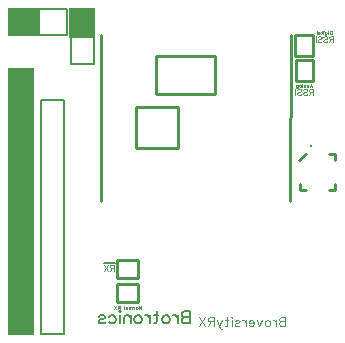
<source format=gbo>
G04 DipTrace Beta 2.3.5.2*
%INBankWank.GBO*%
%MOIN*%
%ADD15C,0.008*%
%ADD19C,0.013*%
%ADD23C,0.009*%
%ADD24C,0.005*%
%ADD113C,0.0031*%
%ADD116C,0.0022*%
%ADD117C,0.0062*%
%ADD118C,0.0046*%
%FSLAX44Y44*%
G04*
G70*
G90*
G75*
G01*
%LNBottom BottomSilk*%
%LPD*%
G36*
X345Y9145D2*
X1220D1*
Y255D1*
X345D1*
Y9145D1*
G37*
G36*
Y11150D2*
X1390D1*
Y10205D1*
X345D1*
Y11150D1*
G37*
G36*
X2385Y11130D2*
X3235D1*
Y10150D1*
X2385D1*
Y11130D1*
G37*
X1435Y8085D2*
D15*
X2190D1*
Y290D1*
X1435D1*
Y8085D1*
X1295Y11110D2*
X2315D1*
Y10240D1*
X1295D1*
Y11110D1*
X2430Y10305D2*
X3190D1*
Y9280D1*
X2430D1*
Y10305D1*
X3980Y2755D2*
D23*
X4685D1*
Y2155D1*
X3980D1*
Y2755D1*
X3960Y1955D2*
X4675D1*
Y1345D1*
X3960D1*
Y1955D1*
X3530Y2655D2*
D24*
X3900D1*
X9925Y9410D2*
D23*
X10510D1*
Y8715D1*
X9925D1*
Y9410D1*
X9915Y10235D2*
X10500D1*
Y9540D1*
X9915D1*
Y10235D1*
X10050Y6065D2*
X10265Y6280D1*
X11035Y6275D2*
X11250D1*
Y6270D2*
Y6085D1*
X11045Y5085D2*
X11240D1*
X11250D2*
Y5285D1*
X10070D2*
Y5090D1*
X10075D2*
X10265D1*
D19*
X10440Y6550D3*
X5255Y9530D2*
D23*
X7250D1*
Y8265D1*
X5255D1*
Y9530D1*
X4610Y7860D2*
X6005D1*
Y6490D1*
X4610D1*
Y7860D1*
X3435Y10250D2*
X3425Y4705D1*
X9760Y10250D2*
X9750Y4705D1*
X4699Y1213D2*
D116*
Y1112D1*
X4766Y1213D1*
Y1112D1*
X4632Y1179D2*
X4641Y1175D1*
X4651Y1165D1*
X4656Y1151D1*
Y1141D1*
X4651Y1127D1*
X4641Y1117D1*
X4632Y1112D1*
X4618D1*
X4608Y1117D1*
X4598Y1127D1*
X4594Y1141D1*
Y1151D1*
X4598Y1165D1*
X4608Y1175D1*
X4618Y1179D1*
X4632D1*
X4550D2*
Y1112D1*
Y1151D2*
X4545Y1165D1*
X4535Y1175D1*
X4526Y1179D1*
X4511D1*
X4468D2*
Y1112D1*
Y1160D2*
X4453Y1175D1*
X4444Y1179D1*
X4429D1*
X4420Y1175D1*
X4415Y1160D1*
Y1112D1*
Y1160D2*
X4401Y1175D1*
X4391Y1179D1*
X4377D1*
X4367Y1175D1*
X4362Y1160D1*
Y1112D1*
X4261Y1179D2*
Y1112D1*
Y1165D2*
X4271Y1175D1*
X4280Y1179D1*
X4295D1*
X4304Y1175D1*
X4314Y1165D1*
X4319Y1151D1*
Y1141D1*
X4314Y1127D1*
X4304Y1117D1*
X4295Y1112D1*
X4280D1*
X4271Y1117D1*
X4261Y1127D1*
X4217Y1213D2*
Y1112D1*
X4064Y1165D2*
X4021D1*
X4006Y1170D1*
X4001Y1175D1*
X3997Y1184D1*
Y1194D1*
X4001Y1203D1*
X4006Y1208D1*
X4021Y1213D1*
X4064D1*
Y1112D1*
X4030Y1165D2*
X3997Y1112D1*
X3953Y1213D2*
X3886Y1112D1*
Y1213D2*
X3953Y1112D1*
X3863Y2489D2*
D113*
X3777D1*
X3748Y2498D1*
X3738Y2508D1*
X3729Y2527D1*
Y2546D1*
X3738Y2565D1*
X3748Y2575D1*
X3777Y2584D1*
X3863D1*
Y2383D1*
X3796Y2489D2*
X3729Y2383D1*
X3667Y2584D2*
X3533Y2383D1*
Y2584D2*
X3667Y2383D1*
X11123Y10383D2*
D116*
Y10282D1*
X11089D1*
X11075Y10287D1*
X11065Y10297D1*
X11060Y10306D1*
X11056Y10321D1*
Y10345D1*
X11060Y10359D1*
X11065Y10368D1*
X11075Y10378D1*
X11089Y10383D1*
X11123D1*
X11012D2*
X11007Y10378D1*
X11002Y10383D1*
X11007Y10388D1*
X11012Y10383D1*
X11007Y10349D2*
Y10282D1*
X10901Y10345D2*
Y10268D1*
X10906Y10254D1*
X10911Y10249D1*
X10920Y10244D1*
X10935D1*
X10944Y10249D1*
X10901Y10330D2*
X10911Y10340D1*
X10920Y10345D1*
X10935D1*
X10944Y10340D1*
X10954Y10330D1*
X10959Y10316D1*
Y10306D1*
X10954Y10292D1*
X10944Y10282D1*
X10935Y10278D1*
X10920D1*
X10911Y10282D1*
X10901Y10292D1*
X10857Y10383D2*
X10853Y10378D1*
X10848Y10383D1*
X10853Y10388D1*
X10857Y10383D1*
X10853Y10349D2*
Y10282D1*
X10790Y10383D2*
Y10302D1*
X10785Y10287D1*
X10775Y10282D1*
X10766D1*
X10804Y10349D2*
X10771D1*
X10665D2*
Y10282D1*
Y10335D2*
X10674Y10345D1*
X10684Y10349D1*
X10698D1*
X10708Y10345D1*
X10717Y10335D1*
X10722Y10321D1*
Y10311D1*
X10717Y10297D1*
X10708Y10287D1*
X10698Y10282D1*
X10684D1*
X10674Y10287D1*
X10665Y10297D1*
X10621Y10383D2*
Y10282D1*
X11183Y10106D2*
D113*
X11097D1*
X11068Y10116D1*
X11058Y10126D1*
X11049Y10145D1*
Y10164D1*
X11058Y10183D1*
X11068Y10193D1*
X11097Y10202D1*
X11183D1*
Y10001D1*
X11116Y10106D2*
X11049Y10001D1*
X10853Y10173D2*
X10872Y10193D1*
X10901Y10202D1*
X10939D1*
X10968Y10193D1*
X10987Y10173D1*
Y10154D1*
X10977Y10135D1*
X10968Y10126D1*
X10949Y10116D1*
X10891Y10097D1*
X10872Y10087D1*
X10862Y10078D1*
X10853Y10059D1*
Y10030D1*
X10872Y10011D1*
X10901Y10001D1*
X10939D1*
X10968Y10011D1*
X10987Y10030D1*
X10657Y10173D2*
X10676Y10193D1*
X10705Y10202D1*
X10743D1*
X10772Y10193D1*
X10791Y10173D1*
Y10154D1*
X10781Y10135D1*
X10772Y10126D1*
X10753Y10116D1*
X10695Y10097D1*
X10676Y10087D1*
X10667Y10078D1*
X10657Y10059D1*
Y10030D1*
X10676Y10011D1*
X10705Y10001D1*
X10743D1*
X10772Y10011D1*
X10791Y10030D1*
X10595Y10202D2*
Y10001D1*
X10394Y8517D2*
D116*
X10433Y8618D1*
X10471Y8517D1*
X10456Y8551D2*
X10409D1*
X10351Y8584D2*
Y8517D1*
Y8565D2*
X10336Y8580D1*
X10327Y8584D1*
X10312D1*
X10303Y8580D1*
X10298Y8565D1*
Y8517D1*
X10197Y8584D2*
Y8517D1*
Y8570D2*
X10206Y8580D1*
X10216Y8584D1*
X10230D1*
X10240Y8580D1*
X10249Y8570D1*
X10254Y8556D1*
Y8546D1*
X10249Y8532D1*
X10240Y8522D1*
X10230Y8517D1*
X10216D1*
X10206Y8522D1*
X10197Y8532D1*
X10153Y8618D2*
Y8517D1*
X10085Y8584D2*
X10095Y8580D1*
X10105Y8570D1*
X10109Y8556D1*
Y8546D1*
X10105Y8532D1*
X10095Y8522D1*
X10085Y8517D1*
X10071D1*
X10061Y8522D1*
X10052Y8532D1*
X10047Y8546D1*
Y8556D1*
X10052Y8570D1*
X10061Y8580D1*
X10071Y8584D1*
X10085D1*
X9946Y8580D2*
Y8503D1*
X9951Y8489D1*
X9955Y8484D1*
X9965Y8479D1*
X9979D1*
X9989Y8484D1*
X9946Y8565D2*
X9955Y8575D1*
X9965Y8580D1*
X9979D1*
X9989Y8575D1*
X9999Y8565D1*
X10003Y8551D1*
Y8541D1*
X9999Y8527D1*
X9989Y8517D1*
X9979Y8513D1*
X9965D1*
X9955Y8517D1*
X9946Y8527D1*
X10508Y8341D2*
D113*
X10422D1*
X10393Y8351D1*
X10383Y8361D1*
X10374Y8380D1*
Y8399D1*
X10383Y8418D1*
X10393Y8428D1*
X10422Y8437D1*
X10508D1*
Y8236D1*
X10441Y8341D2*
X10374Y8236D1*
X10178Y8408D2*
X10197Y8428D1*
X10226Y8437D1*
X10264D1*
X10293Y8428D1*
X10312Y8408D1*
Y8389D1*
X10302Y8370D1*
X10293Y8361D1*
X10274Y8351D1*
X10216Y8332D1*
X10197Y8322D1*
X10187Y8313D1*
X10178Y8294D1*
Y8265D1*
X10197Y8246D1*
X10226Y8236D1*
X10264D1*
X10293Y8246D1*
X10312Y8265D1*
X9982Y8408D2*
X10001Y8428D1*
X10030Y8437D1*
X10068D1*
X10097Y8428D1*
X10116Y8408D1*
Y8389D1*
X10106Y8370D1*
X10097Y8361D1*
X10078Y8351D1*
X10020Y8332D1*
X10001Y8322D1*
X9992Y8313D1*
X9982Y8294D1*
Y8265D1*
X10001Y8246D1*
X10030Y8236D1*
X10068D1*
X10097Y8246D1*
X10116Y8265D1*
X9920Y8437D2*
Y8236D1*
X6390Y1032D2*
D117*
Y630D1*
X6218D1*
X6160Y649D1*
X6141Y668D1*
X6122Y706D1*
Y764D1*
X6141Y802D1*
X6160Y821D1*
X6218Y840D1*
X6160Y860D1*
X6141Y879D1*
X6122Y917D1*
Y955D1*
X6141Y993D1*
X6160Y1013D1*
X6218Y1032D1*
X6390D1*
Y840D2*
X6218D1*
X5999Y898D2*
Y630D1*
Y783D2*
X5979Y840D1*
X5941Y879D1*
X5903Y898D1*
X5845D1*
X5626D2*
X5664Y879D1*
X5703Y840D1*
X5722Y783D1*
Y745D1*
X5703Y687D1*
X5664Y649D1*
X5626Y630D1*
X5569D1*
X5530Y649D1*
X5492Y687D1*
X5473Y745D1*
Y783D1*
X5492Y840D1*
X5530Y879D1*
X5569Y898D1*
X5626D1*
X5292Y1032D2*
Y706D1*
X5273Y649D1*
X5234Y630D1*
X5196D1*
X5349Y898D2*
X5215D1*
X5073D2*
Y630D1*
Y783D2*
X5053Y840D1*
X5015Y879D1*
X4977Y898D1*
X4920D1*
X4700D2*
X4739Y879D1*
X4777Y840D1*
X4796Y783D1*
Y745D1*
X4777Y687D1*
X4739Y649D1*
X4700Y630D1*
X4643D1*
X4605Y649D1*
X4567Y687D1*
X4547Y745D1*
Y783D1*
X4567Y840D1*
X4605Y879D1*
X4643Y898D1*
X4700D1*
X4424D2*
Y630D1*
Y821D2*
X4366Y879D1*
X4328Y898D1*
X4271D1*
X4232Y879D1*
X4213Y821D1*
Y630D1*
X4090Y1032D2*
X4071Y1013D1*
X4051Y1032D1*
X4071Y1051D1*
X4090Y1032D1*
X4071Y898D2*
Y630D1*
X3698Y840D2*
X3736Y879D1*
X3775Y898D1*
X3832D1*
X3870Y879D1*
X3908Y840D1*
X3928Y783D1*
Y745D1*
X3908Y687D1*
X3870Y649D1*
X3832Y630D1*
X3775D1*
X3736Y649D1*
X3698Y687D1*
X3364Y840D2*
X3383Y879D1*
X3440Y898D1*
X3498D1*
X3555Y879D1*
X3574Y840D1*
X3555Y802D1*
X3517Y783D1*
X3421Y764D1*
X3383Y745D1*
X3364Y706D1*
Y687D1*
X3383Y649D1*
X3440Y630D1*
X3498D1*
X3555Y649D1*
X3574Y687D1*
X9577Y838D2*
D118*
Y537D1*
X9448D1*
X9405Y551D1*
X9390Y566D1*
X9376Y594D1*
Y637D1*
X9390Y666D1*
X9405Y680D1*
X9448Y695D1*
X9405Y709D1*
X9390Y724D1*
X9376Y752D1*
Y781D1*
X9390Y809D1*
X9405Y824D1*
X9448Y838D1*
X9577D1*
Y695D2*
X9448D1*
X9283Y738D2*
Y537D1*
Y652D2*
X9269Y695D1*
X9240Y724D1*
X9211Y738D1*
X9168D1*
X9004D2*
X9033Y724D1*
X9061Y695D1*
X9076Y652D1*
Y623D1*
X9061Y580D1*
X9033Y551D1*
X9004Y537D1*
X8961D1*
X8932Y551D1*
X8904Y580D1*
X8889Y623D1*
Y652D1*
X8904Y695D1*
X8932Y724D1*
X8961Y738D1*
X9004D1*
X8796D2*
X8710Y537D1*
X8624Y738D1*
X8532Y652D2*
X8360D1*
Y680D1*
X8374Y709D1*
X8388Y724D1*
X8417Y738D1*
X8460D1*
X8489Y724D1*
X8517Y695D1*
X8532Y652D1*
Y623D1*
X8517Y580D1*
X8489Y551D1*
X8460Y537D1*
X8417D1*
X8388Y551D1*
X8360Y580D1*
X8267Y738D2*
Y537D1*
Y652D2*
X8252Y695D1*
X8224Y724D1*
X8195Y738D1*
X8152D1*
X7901Y695D2*
X7916Y724D1*
X7959Y738D1*
X8002D1*
X8045Y724D1*
X8059Y695D1*
X8045Y666D1*
X8016Y652D1*
X7944Y637D1*
X7916Y623D1*
X7901Y594D1*
Y580D1*
X7916Y551D1*
X7959Y537D1*
X8002D1*
X8045Y551D1*
X8059Y580D1*
X7809Y838D2*
X7794Y824D1*
X7780Y838D1*
X7794Y853D1*
X7809Y838D1*
X7794Y738D2*
Y537D1*
X7644Y838D2*
Y594D1*
X7630Y551D1*
X7601Y537D1*
X7572D1*
X7687Y738D2*
X7587D1*
X7465D2*
X7379Y537D1*
X7408Y479D1*
X7437Y451D1*
X7465Y436D1*
X7480D1*
X7293Y738D2*
X7379Y537D1*
X7201Y695D2*
X7072D1*
X7028Y709D1*
X7014Y724D1*
X7000Y752D1*
Y781D1*
X7014Y809D1*
X7028Y824D1*
X7072Y838D1*
X7201D1*
Y537D1*
X7100Y695D2*
X7000Y537D1*
X6907Y838D2*
X6706Y537D1*
Y838D2*
X6907Y537D1*
M02*

</source>
